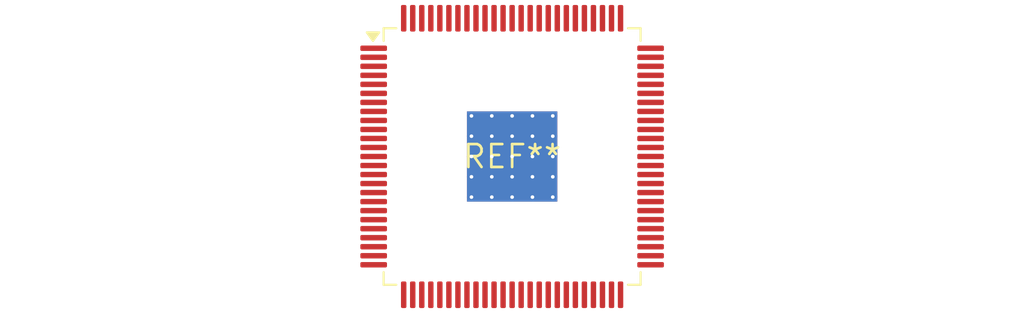
<source format=kicad_pcb>
(kicad_pcb (version 20240108) (generator pcbnew)
  (layers (0 "F.Cu" signal) (31 "B.Cu" signal) (34 "B.Paste" user) (35 "F.Paste" user) (36 "B.SilkS" user "B.Silkscreen") (37 "F.SilkS" user "F.Silkscreen") (38 "B.Mask" user) (39 "F.Mask" user) (44 "Edge.Cuts" user))
  (net 0 "")
  (footprint "TQFP-100-1EP_14x14mm_P0.5mm_EP5x5mm_ThermalVias" (layer "F.Cu") (at 0 0)
    (property "Reference" "REF**")
    (property "Value" "TQFP-100-1EP_14x14mm_P0.5mm_EP5x5mm_ThermalVias")
    (fp_line (start -7.11 -7.11) (end -7.11 -6.41) (layer "F.SilkS") (stroke (width 0.12)))
    (fp_line (start -7.11 7.11) (end -7.11 6.41) (layer "F.SilkS") (stroke (width 0.12)))
    (fp_line (start -6.41 -7.11) (end -7.11 -7.11) (layer "F.SilkS") (stroke (width 0.12)))
    (fp_line (start -6.41 7.11) (end -7.11 7.11) (layer "F.SilkS") (stroke (width 0.12)))
    (fp_line (start 6.41 -7.11) (end 7.11 -7.11) (layer "F.SilkS") (stroke (width 0.12)))
    (fp_line (start 6.41 7.11) (end 7.11 7.11) (layer "F.SilkS") (stroke (width 0.12)))
    (fp_line (start 7.11 -7.11) (end 7.11 -6.41) (layer "F.SilkS") (stroke (width 0.12)))
    (fp_line (start 7.11 7.11) (end 7.11 6.41) (layer "F.SilkS") (stroke (width 0.12)))
    (fp_poly (pts (xy -7.7 -6.41) (xy -8.04 -6.88) (xy -7.36 -6.88) (xy -7.7 -6.41)) (layer "F.SilkS") (stroke (width 0.12)) (fill solid))
    (pad "1" smd roundrect (at -7.6625 -6) (size 1.475 0.3) (layers "F.Cu" "F.Paste" "F.Mask"))
    (pad "2" smd roundrect (at -7.6625 -5.5) (size 1.475 0.3) (layers "F.Cu" "F.Paste" "F.Mask"))
    (pad "3" smd roundrect (at -7.6625 -5) (size 1.475 0.3) (layers "F.Cu" "F.Paste" "F.Mask"))
    (pad "4" smd roundrect (at -7.6625 -4.5) (size 1.475 0.3) (layers "F.Cu" "F.Paste" "F.Mask"))
    (pad "5" smd roundrect (at -7.6625 -4) (size 1.475 0.3) (layers "F.Cu" "F.Paste" "F.Mask"))
    (pad "6" smd roundrect (at -7.6625 -3.5) (size 1.475 0.3) (layers "F.Cu" "F.Paste" "F.Mask"))
    (pad "7" smd roundrect (at -7.6625 -3) (size 1.475 0.3) (layers "F.Cu" "F.Paste" "F.Mask"))
    (pad "8" smd roundrect (at -7.6625 -2.5) (size 1.475 0.3) (layers "F.Cu" "F.Paste" "F.Mask"))
    (pad "9" smd roundrect (at -7.6625 -2) (size 1.475 0.3) (layers "F.Cu" "F.Paste" "F.Mask"))
    (pad "10" smd roundrect (at -7.6625 -1.5) (size 1.475 0.3) (layers "F.Cu" "F.Paste" "F.Mask"))
    (pad "11" smd roundrect (at -7.6625 -1) (size 1.475 0.3) (layers "F.Cu" "F.Paste" "F.Mask"))
    (pad "12" smd roundrect (at -7.6625 -0.5) (size 1.475 0.3) (layers "F.Cu" "F.Paste" "F.Mask"))
    (pad "13" smd roundrect (at -7.6625 0) (size 1.475 0.3) (layers "F.Cu" "F.Paste" "F.Mask"))
    (pad "14" smd roundrect (at -7.6625 0.5) (size 1.475 0.3) (layers "F.Cu" "F.Paste" "F.Mask"))
    (pad "15" smd roundrect (at -7.6625 1) (size 1.475 0.3) (layers "F.Cu" "F.Paste" "F.Mask"))
    (pad "16" smd roundrect (at -7.6625 1.5) (size 1.475 0.3) (layers "F.Cu" "F.Paste" "F.Mask"))
    (pad "17" smd roundrect (at -7.6625 2) (size 1.475 0.3) (layers "F.Cu" "F.Paste" "F.Mask"))
    (pad "18" smd roundrect (at -7.6625 2.5) (size 1.475 0.3) (layers "F.Cu" "F.Paste" "F.Mask"))
    (pad "19" smd roundrect (at -7.6625 3) (size 1.475 0.3) (layers "F.Cu" "F.Paste" "F.Mask"))
    (pad "20" smd roundrect (at -7.6625 3.5) (size 1.475 0.3) (layers "F.Cu" "F.Paste" "F.Mask"))
    (pad "21" smd roundrect (at -7.6625 4) (size 1.475 0.3) (layers "F.Cu" "F.Paste" "F.Mask"))
    (pad "22" smd roundrect (at -7.6625 4.5) (size 1.475 0.3) (layers "F.Cu" "F.Paste" "F.Mask"))
    (pad "23" smd roundrect (at -7.6625 5) (size 1.475 0.3) (layers "F.Cu" "F.Paste" "F.Mask"))
    (pad "24" smd roundrect (at -7.6625 5.5) (size 1.475 0.3) (layers "F.Cu" "F.Paste" "F.Mask"))
    (pad "25" smd roundrect (at -7.6625 6) (size 1.475 0.3) (layers "F.Cu" "F.Paste" "F.Mask"))
    (pad "26" smd roundrect (at -6 7.6625) (size 0.3 1.475) (layers "F.Cu" "F.Paste" "F.Mask"))
    (pad "27" smd roundrect (at -5.5 7.6625) (size 0.3 1.475) (layers "F.Cu" "F.Paste" "F.Mask"))
    (pad "28" smd roundrect (at -5 7.6625) (size 0.3 1.475) (layers "F.Cu" "F.Paste" "F.Mask"))
    (pad "29" smd roundrect (at -4.5 7.6625) (size 0.3 1.475) (layers "F.Cu" "F.Paste" "F.Mask"))
    (pad "30" smd roundrect (at -4 7.6625) (size 0.3 1.475) (layers "F.Cu" "F.Paste" "F.Mask"))
    (pad "31" smd roundrect (at -3.5 7.6625) (size 0.3 1.475) (layers "F.Cu" "F.Paste" "F.Mask"))
    (pad "32" smd roundrect (at -3 7.6625) (size 0.3 1.475) (layers "F.Cu" "F.Paste" "F.Mask"))
    (pad "33" smd roundrect (at -2.5 7.6625) (size 0.3 1.475) (layers "F.Cu" "F.Paste" "F.Mask"))
    (pad "34" smd roundrect (at -2 7.6625) (size 0.3 1.475) (layers "F.Cu" "F.Paste" "F.Mask"))
    (pad "35" smd roundrect (at -1.5 7.6625) (size 0.3 1.475) (layers "F.Cu" "F.Paste" "F.Mask"))
    (pad "36" smd roundrect (at -1 7.6625) (size 0.3 1.475) (layers "F.Cu" "F.Paste" "F.Mask"))
    (pad "37" smd roundrect (at -0.5 7.6625) (size 0.3 1.475) (layers "F.Cu" "F.Paste" "F.Mask"))
    (pad "38" smd roundrect (at 0 7.6625) (size 0.3 1.475) (layers "F.Cu" "F.Paste" "F.Mask"))
    (pad "39" smd roundrect (at 0.5 7.6625) (size 0.3 1.475) (layers "F.Cu" "F.Paste" "F.Mask"))
    (pad "40" smd roundrect (at 1 7.6625) (size 0.3 1.475) (layers "F.Cu" "F.Paste" "F.Mask"))
    (pad "41" smd roundrect (at 1.5 7.6625) (size 0.3 1.475) (layers "F.Cu" "F.Paste" "F.Mask"))
    (pad "42" smd roundrect (at 2 7.6625) (size 0.3 1.475) (layers "F.Cu" "F.Paste" "F.Mask"))
    (pad "43" smd roundrect (at 2.5 7.6625) (size 0.3 1.475) (layers "F.Cu" "F.Paste" "F.Mask"))
    (pad "44" smd roundrect (at 3 7.6625) (size 0.3 1.475) (layers "F.Cu" "F.Paste" "F.Mask"))
    (pad "45" smd roundrect (at 3.5 7.6625) (size 0.3 1.475) (layers "F.Cu" "F.Paste" "F.Mask"))
    (pad "46" smd roundrect (at 4 7.6625) (size 0.3 1.475) (layers "F.Cu" "F.Paste" "F.Mask"))
    (pad "47" smd roundrect (at 4.5 7.6625) (size 0.3 1.475) (layers "F.Cu" "F.Paste" "F.Mask"))
    (pad "48" smd roundrect (at 5 7.6625) (size 0.3 1.475) (layers "F.Cu" "F.Paste" "F.Mask"))
    (pad "49" smd roundrect (at 5.5 7.6625) (size 0.3 1.475) (layers "F.Cu" "F.Paste" "F.Mask"))
    (pad "50" smd roundrect (at 6 7.6625) (size 0.3 1.475) (layers "F.Cu" "F.Paste" "F.Mask"))
    (pad "51" smd roundrect (at 7.6625 6) (size 1.475 0.3) (layers "F.Cu" "F.Paste" "F.Mask"))
    (pad "52" smd roundrect (at 7.6625 5.5) (size 1.475 0.3) (layers "F.Cu" "F.Paste" "F.Mask"))
    (pad "53" smd roundrect (at 7.6625 5) (size 1.475 0.3) (layers "F.Cu" "F.Paste" "F.Mask"))
    (pad "54" smd roundrect (at 7.6625 4.5) (size 1.475 0.3) (layers "F.Cu" "F.Paste" "F.Mask"))
    (pad "55" smd roundrect (at 7.6625 4) (size 1.475 0.3) (layers "F.Cu" "F.Paste" "F.Mask"))
    (pad "56" smd roundrect (at 7.6625 3.5) (size 1.475 0.3) (layers "F.Cu" "F.Paste" "F.Mask"))
    (pad "57" smd roundrect (at 7.6625 3) (size 1.475 0.3) (layers "F.Cu" "F.Paste" "F.Mask"))
    (pad "58" smd roundrect (at 7.6625 2.5) (size 1.475 0.3) (layers "F.Cu" "F.Paste" "F.Mask"))
    (pad "59" smd roundrect (at 7.6625 2) (size 1.475 0.3) (layers "F.Cu" "F.Paste" "F.Mask"))
    (pad "60" smd roundrect (at 7.6625 1.5) (size 1.475 0.3) (layers "F.Cu" "F.Paste" "F.Mask"))
    (pad "61" smd roundrect (at 7.6625 1) (size 1.475 0.3) (layers "F.Cu" "F.Paste" "F.Mask"))
    (pad "62" smd roundrect (at 7.6625 0.5) (size 1.475 0.3) (layers "F.Cu" "F.Paste" "F.Mask"))
    (pad "63" smd roundrect (at 7.6625 0) (size 1.475 0.3) (layers "F.Cu" "F.Paste" "F.Mask"))
    (pad "64" smd roundrect (at 7.6625 -0.5) (size 1.475 0.3) (layers "F.Cu" "F.Paste" "F.Mask"))
    (pad "65" smd roundrect (at 7.6625 -1) (size 1.475 0.3) (layers "F.Cu" "F.Paste" "F.Mask"))
    (pad "66" smd roundrect (at 7.6625 -1.5) (size 1.475 0.3) (layers "F.Cu" "F.Paste" "F.Mask"))
    (pad "67" smd roundrect (at 7.6625 -2) (size 1.475 0.3) (layers "F.Cu" "F.Paste" "F.Mask"))
    (pad "68" smd roundrect (at 7.6625 -2.5) (size 1.475 0.3) (layers "F.Cu" "F.Paste" "F.Mask"))
    (pad "69" smd roundrect (at 7.6625 -3) (size 1.475 0.3) (layers "F.Cu" "F.Paste" "F.Mask"))
    (pad "70" smd roundrect (at 7.6625 -3.5) (size 1.475 0.3) (layers "F.Cu" "F.Paste" "F.Mask"))
    (pad "71" smd roundrect (at 7.6625 -4) (size 1.475 0.3) (layers "F.Cu" "F.Paste" "F.Mask"))
    (pad "72" smd roundrect (at 7.6625 -4.5) (size 1.475 0.3) (layers "F.Cu" "F.Paste" "F.Mask"))
    (pad "73" smd roundrect (at 7.6625 -5) (size 1.475 0.3) (layers "F.Cu" "F.Paste" "F.Mask"))
    (pad "74" smd roundrect (at 7.6625 -5.5) (size 1.475 0.3) (layers "F.Cu" "F.Paste" "F.Mask"))
    (pad "75" smd roundrect (at 7.6625 -6) (size 1.475 0.3) (layers "F.Cu" "F.Paste" "F.Mask"))
    (pad "76" smd roundrect (at 6 -7.6625) (size 0.3 1.475) (layers "F.Cu" "F.Paste" "F.Mask"))
    (pad "77" smd roundrect (at 5.5 -7.6625) (size 0.3 1.475) (layers "F.Cu" "F.Paste" "F.Mask"))
    (pad "78" smd roundrect (at 5 -7.6625) (size 0.3 1.475) (layers "F.Cu" "F.Paste" "F.Mask"))
    (pad "79" smd roundrect (at 4.5 -7.6625) (size 0.3 1.475) (layers "F.Cu" "F.Paste" "F.Mask"))
    (pad "80" smd roundrect (at 4 -7.6625) (size 0.3 1.475) (layers "F.Cu" "F.Paste" "F.Mask"))
    (pad "81" smd roundrect (at 3.5 -7.6625) (size 0.3 1.475) (layers "F.Cu" "F.Paste" "F.Mask"))
    (pad "82" smd roundrect (at 3 -7.6625) (size 0.3 1.475) (layers "F.Cu" "F.Paste" "F.Mask"))
    (pad "83" smd roundrect (at 2.5 -7.6625) (size 0.3 1.475) (layers "F.Cu" "F.Paste" "F.Mask"))
    (pad "84" smd roundrect (at 2 -7.6625) (size 0.3 1.475) (layers "F.Cu" "F.Paste" "F.Mask"))
    (pad "85" smd roundrect (at 1.5 -7.6625) (size 0.3 1.475) (layers "F.Cu" "F.Paste" "F.Mask"))
    (pad "86" smd roundrect (at 1 -7.6625) (size 0.3 1.475) (layers "F.Cu" "F.Paste" "F.Mask"))
    (pad "87" smd roundrect (at 0.5 -7.6625) (size 0.3 1.475) (layers "F.Cu" "F.Paste" "F.Mask"))
    (pad "88" smd roundrect (at 0 -7.6625) (size 0.3 1.475) (layers "F.Cu" "F.Paste" "F.Mask"))
    (pad "89" smd roundrect (at -0.5 -7.6625) (size 0.3 1.475) (layers "F.Cu" "F.Paste" "F.Mask"))
    (pad "90" smd roundrect (at -1 -7.6625) (size 0.3 1.475) (layers "F.Cu" "F.Paste" "F.Mask"))
    (pad "91" smd roundrect (at -1.5 -7.6625) (size 0.3 1.475) (layers "F.Cu" "F.Paste" "F.Mask"))
    (pad "92" smd roundrect (at -2 -7.6625) (size 0.3 1.475) (layers "F.Cu" "F.Paste" "F.Mask"))
    (pad "93" smd roundrect (at -2.5 -7.6625) (size 0.3 1.475) (layers "F.Cu" "F.Paste" "F.Mask"))
    (pad "94" smd roundrect (at -3 -7.6625) (size 0.3 1.475) (layers "F.Cu" "F.Paste" "F.Mask"))
    (pad "95" smd roundrect (at -3.5 -7.6625) (size 0.3 1.475) (layers "F.Cu" "F.Paste" "F.Mask"))
    (pad "96" smd roundrect (at -4 -7.6625) (size 0.3 1.475) (layers "F.Cu" "F.Paste" "F.Mask"))
    (pad "97" smd roundrect (at -4.5 -7.6625) (size 0.3 1.475) (layers "F.Cu" "F.Paste" "F.Mask"))
    (pad "98" smd roundrect (at -5 -7.6625) (size 0.3 1.475) (layers "F.Cu" "F.Paste" "F.Mask"))
    (pad "99" smd roundrect (at -5.5 -7.6625) (size 0.3 1.475) (layers "F.Cu" "F.Paste" "F.Mask"))
    (pad "100" smd roundrect (at -6 -7.6625) (size 0.3 1.475) (layers "F.Cu" "F.Paste" "F.Mask"))
    (pad "101" thru_hole circle (at -2.25 -2.25) (size 0.5 0.5) (drill 0.2) (property pad_prop_heatsink) (layers *.Cu) (remove_unused_layers))
    (pad "101" thru_hole circle (at -2.25 -1.125) (size 0.5 0.5) (drill 0.2) (property pad_prop_heatsink) (layers *.Cu) (remove_unused_layers))
    (pad "101" thru_hole circle (at -2.25 0) (size 0.5 0.5) (drill 0.2) (property pad_prop_heatsink) (layers *.Cu) (remove_unused_layers))
    (pad "101" thru_hole circle (at -2.25 1.125) (size 0.5 0.5) (drill 0.2) (property pad_prop_heatsink) (layers *.Cu) (remove_unused_layers))
    (pad "101" thru_hole circle (at -2.25 2.25) (size 0.5 0.5) (drill 0.2) (property pad_prop_heatsink) (layers *.Cu) (remove_unused_layers))
    (pad "101" thru_hole circle (at -1.125 -2.25) (size 0.5 0.5) (drill 0.2) (property pad_prop_heatsink) (layers *.Cu) (remove_unused_layers))
    (pad "101" thru_hole circle (at -1.125 -1.125) (size 0.5 0.5) (drill 0.2) (property pad_prop_heatsink) (layers *.Cu) (remove_unused_layers))
    (pad "101" thru_hole circle (at -1.125 0) (size 0.5 0.5) (drill 0.2) (property pad_prop_heatsink) (layers *.Cu) (remove_unused_layers))
    (pad "101" thru_hole circle (at -1.125 1.125) (size 0.5 0.5) (drill 0.2) (property pad_prop_heatsink) (layers *.Cu) (remove_unused_layers))
    (pad "101" thru_hole circle (at -1.125 2.25) (size 0.5 0.5) (drill 0.2) (property pad_prop_heatsink) (layers *.Cu) (remove_unused_layers))
    (pad "101" thru_hole circle (at 0 -2.25) (size 0.5 0.5) (drill 0.2) (property pad_prop_heatsink) (layers *.Cu) (remove_unused_layers))
    (pad "101" thru_hole circle (at 0 -1.125) (size 0.5 0.5) (drill 0.2) (property pad_prop_heatsink) (layers *.Cu) (remove_unused_layers))
    (pad "101" thru_hole circle (at 0 0) (size 0.5 0.5) (drill 0.2) (property pad_prop_heatsink) (layers *.Cu) (remove_unused_layers))
    (pad "101" smd rect (at 0 0) (size 5 5) (property pad_prop_heatsink) (layers "F.Cu" "F.Mask"))
    (pad "101" smd rect (at 0 0) (size 5 5) (property pad_prop_heatsink) (layers "B.Cu"))
    (pad "101" thru_hole circle (at 0 1.125) (size 0.5 0.5) (drill 0.2) (property pad_prop_heatsink) (layers *.Cu) (remove_unused_layers))
    (pad "101" thru_hole circle (at 0 2.25) (size 0.5 0.5) (drill 0.2) (property pad_prop_heatsink) (layers *.Cu) (remove_unused_layers))
    (pad "101" thru_hole circle (at 1.125 -2.25) (size 0.5 0.5) (drill 0.2) (property pad_prop_heatsink) (layers *.Cu) (remove_unused_layers))
    (pad "101" thru_hole circle (at 1.125 -1.125) (size 0.5 0.5) (drill 0.2) (property pad_prop_heatsink) (layers *.Cu) (remove_unused_layers))
    (pad "101" thru_hole circle (at 1.125 0) (size 0.5 0.5) (drill 0.2) (property pad_prop_heatsink) (layers *.Cu) (remove_unused_layers))
    (pad "101" thru_hole circle (at 1.125 1.125) (size 0.5 0.5) (drill 0.2) (property pad_prop_heatsink) (layers *.Cu) (remove_unused_layers))
    (pad "101" thru_hole circle (at 1.125 2.25) (size 0.5 0.5) (drill 0.2) (property pad_prop_heatsink) (layers *.Cu) (remove_unused_layers))
    (pad "101" thru_hole circle (at 2.25 -2.25) (size 0.5 0.5) (drill 0.2) (property pad_prop_heatsink) (layers *.Cu) (remove_unused_layers))
    (pad "101" thru_hole circle (at 2.25 -1.125) (size 0.5 0.5) (drill 0.2) (property pad_prop_heatsink) (layers *.Cu) (remove_unused_layers))
    (pad "101" thru_hole circle (at 2.25 0) (size 0.5 0.5) (drill 0.2) (property pad_prop_heatsink) (layers *.Cu) (remove_unused_layers))
    (pad "101" thru_hole circle (at 2.25 1.125) (size 0.5 0.5) (drill 0.2) (property pad_prop_heatsink) (layers *.Cu) (remove_unused_layers))
    (pad "101" thru_hole circle (at 2.25 2.25) (size 0.5 0.5) (drill 0.2) (property pad_prop_heatsink) (layers *.Cu) (remove_unused_layers))
  )
)
</source>
